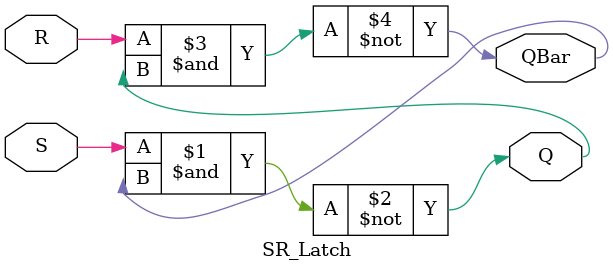
<source format=v>
module SR_Latch(S, R, Q, QBar);
	
	input S;
	input R;
	
	output Q;
	output QBar;
	
	//reg Q,QBar;
	
	assign Q = ~(S & QBar);
	assign QBar = ~(R & Q);
	

endmodule

</source>
